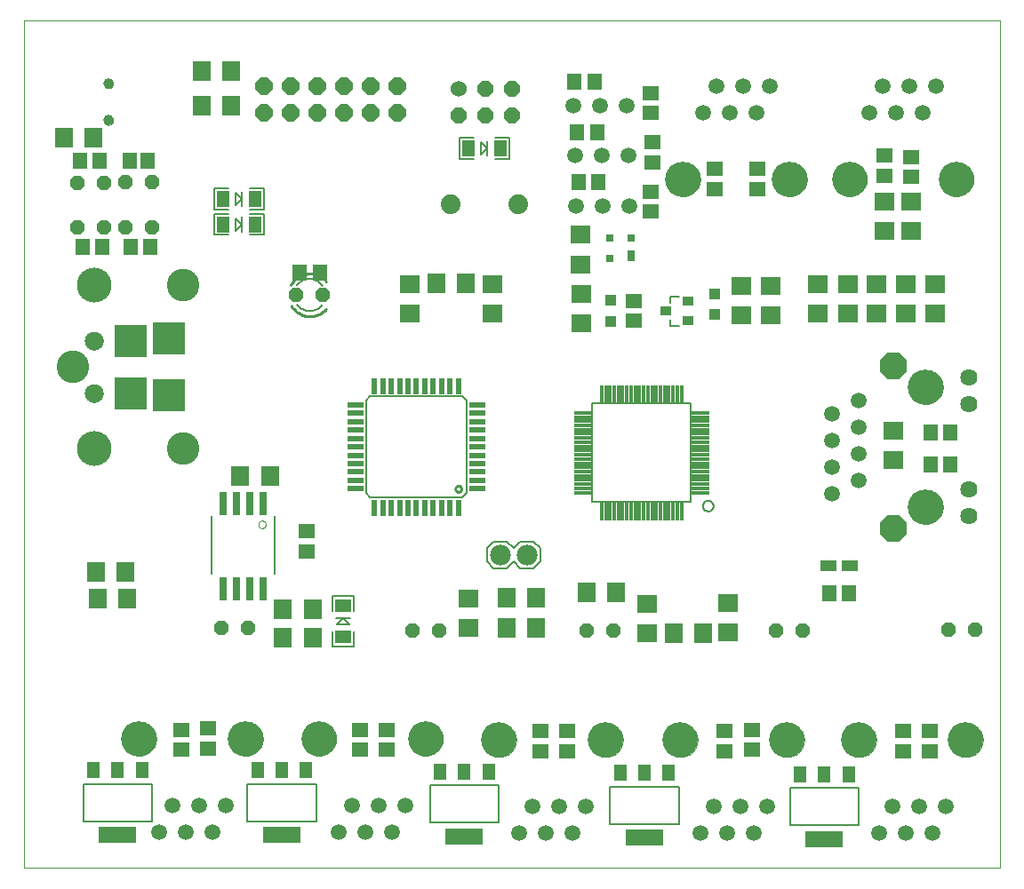
<source format=gto>
G75*
%MOIN*%
%OFA0B0*%
%FSLAX24Y24*%
%IPPOS*%
%LPD*%
%AMOC8*
5,1,8,0,0,1.08239X$1,22.5*
%
%ADD10C,0.0000*%
%ADD11C,0.0594*%
%ADD12C,0.1320*%
%ADD13R,0.0670X0.0750*%
%ADD14R,0.0631X0.0552*%
%ADD15OC8,0.0560*%
%ADD16R,0.0552X0.0631*%
%ADD17R,0.0670X0.0749*%
%ADD18C,0.1221*%
%ADD19C,0.1306*%
%ADD20R,0.1221X0.1221*%
%ADD21C,0.0709*%
%ADD22R,0.0750X0.0670*%
%ADD23R,0.0749X0.0670*%
%ADD24C,0.0080*%
%ADD25C,0.0050*%
%ADD26R,0.0670X0.0138*%
%ADD27R,0.0138X0.0670*%
%ADD28R,0.0434X0.0434*%
%ADD29R,0.0394X0.0355*%
%ADD30R,0.0631X0.0434*%
%ADD31C,0.0780*%
%ADD32OC8,0.0640*%
%ADD33C,0.0600*%
%ADD34OC8,0.0600*%
%ADD35R,0.0512X0.0591*%
%ADD36C,0.0591*%
%ADD37R,0.1418X0.0591*%
%ADD38R,0.0316X0.0434*%
%ADD39R,0.0316X0.0276*%
%ADD40C,0.0100*%
%ADD41R,0.0631X0.0237*%
%ADD42R,0.0237X0.0631*%
%ADD43R,0.0591X0.0512*%
%ADD44C,0.0394*%
%ADD45C,0.0060*%
%ADD46OC8,0.1003*%
%ADD47C,0.0640*%
%ADD48C,0.1320*%
%ADD49C,0.0740*%
%ADD50C,0.0020*%
%ADD51R,0.0280X0.0910*%
D10*
X000100Y000100D02*
X000100Y031896D01*
X036670Y031896D01*
X036670Y000100D01*
X000100Y000100D01*
X003760Y004950D02*
X003762Y005000D01*
X003768Y005050D01*
X003778Y005099D01*
X003791Y005148D01*
X003809Y005195D01*
X003830Y005241D01*
X003854Y005284D01*
X003882Y005326D01*
X003913Y005366D01*
X003947Y005403D01*
X003984Y005437D01*
X004024Y005468D01*
X004066Y005496D01*
X004109Y005520D01*
X004155Y005541D01*
X004202Y005559D01*
X004251Y005572D01*
X004300Y005582D01*
X004350Y005588D01*
X004400Y005590D01*
X004450Y005588D01*
X004500Y005582D01*
X004549Y005572D01*
X004598Y005559D01*
X004645Y005541D01*
X004691Y005520D01*
X004734Y005496D01*
X004776Y005468D01*
X004816Y005437D01*
X004853Y005403D01*
X004887Y005366D01*
X004918Y005326D01*
X004946Y005284D01*
X004970Y005241D01*
X004991Y005195D01*
X005009Y005148D01*
X005022Y005099D01*
X005032Y005050D01*
X005038Y005000D01*
X005040Y004950D01*
X005038Y004900D01*
X005032Y004850D01*
X005022Y004801D01*
X005009Y004752D01*
X004991Y004705D01*
X004970Y004659D01*
X004946Y004616D01*
X004918Y004574D01*
X004887Y004534D01*
X004853Y004497D01*
X004816Y004463D01*
X004776Y004432D01*
X004734Y004404D01*
X004691Y004380D01*
X004645Y004359D01*
X004598Y004341D01*
X004549Y004328D01*
X004500Y004318D01*
X004450Y004312D01*
X004400Y004310D01*
X004350Y004312D01*
X004300Y004318D01*
X004251Y004328D01*
X004202Y004341D01*
X004155Y004359D01*
X004109Y004380D01*
X004066Y004404D01*
X004024Y004432D01*
X003984Y004463D01*
X003947Y004497D01*
X003913Y004534D01*
X003882Y004574D01*
X003854Y004616D01*
X003830Y004659D01*
X003809Y004705D01*
X003791Y004752D01*
X003778Y004801D01*
X003768Y004850D01*
X003762Y004900D01*
X003760Y004950D01*
X007760Y004950D02*
X007762Y005000D01*
X007768Y005050D01*
X007778Y005099D01*
X007791Y005148D01*
X007809Y005195D01*
X007830Y005241D01*
X007854Y005284D01*
X007882Y005326D01*
X007913Y005366D01*
X007947Y005403D01*
X007984Y005437D01*
X008024Y005468D01*
X008066Y005496D01*
X008109Y005520D01*
X008155Y005541D01*
X008202Y005559D01*
X008251Y005572D01*
X008300Y005582D01*
X008350Y005588D01*
X008400Y005590D01*
X008450Y005588D01*
X008500Y005582D01*
X008549Y005572D01*
X008598Y005559D01*
X008645Y005541D01*
X008691Y005520D01*
X008734Y005496D01*
X008776Y005468D01*
X008816Y005437D01*
X008853Y005403D01*
X008887Y005366D01*
X008918Y005326D01*
X008946Y005284D01*
X008970Y005241D01*
X008991Y005195D01*
X009009Y005148D01*
X009022Y005099D01*
X009032Y005050D01*
X009038Y005000D01*
X009040Y004950D01*
X009038Y004900D01*
X009032Y004850D01*
X009022Y004801D01*
X009009Y004752D01*
X008991Y004705D01*
X008970Y004659D01*
X008946Y004616D01*
X008918Y004574D01*
X008887Y004534D01*
X008853Y004497D01*
X008816Y004463D01*
X008776Y004432D01*
X008734Y004404D01*
X008691Y004380D01*
X008645Y004359D01*
X008598Y004341D01*
X008549Y004328D01*
X008500Y004318D01*
X008450Y004312D01*
X008400Y004310D01*
X008350Y004312D01*
X008300Y004318D01*
X008251Y004328D01*
X008202Y004341D01*
X008155Y004359D01*
X008109Y004380D01*
X008066Y004404D01*
X008024Y004432D01*
X007984Y004463D01*
X007947Y004497D01*
X007913Y004534D01*
X007882Y004574D01*
X007854Y004616D01*
X007830Y004659D01*
X007809Y004705D01*
X007791Y004752D01*
X007778Y004801D01*
X007768Y004850D01*
X007762Y004900D01*
X007760Y004950D01*
X010510Y004950D02*
X010512Y005000D01*
X010518Y005050D01*
X010528Y005099D01*
X010541Y005148D01*
X010559Y005195D01*
X010580Y005241D01*
X010604Y005284D01*
X010632Y005326D01*
X010663Y005366D01*
X010697Y005403D01*
X010734Y005437D01*
X010774Y005468D01*
X010816Y005496D01*
X010859Y005520D01*
X010905Y005541D01*
X010952Y005559D01*
X011001Y005572D01*
X011050Y005582D01*
X011100Y005588D01*
X011150Y005590D01*
X011200Y005588D01*
X011250Y005582D01*
X011299Y005572D01*
X011348Y005559D01*
X011395Y005541D01*
X011441Y005520D01*
X011484Y005496D01*
X011526Y005468D01*
X011566Y005437D01*
X011603Y005403D01*
X011637Y005366D01*
X011668Y005326D01*
X011696Y005284D01*
X011720Y005241D01*
X011741Y005195D01*
X011759Y005148D01*
X011772Y005099D01*
X011782Y005050D01*
X011788Y005000D01*
X011790Y004950D01*
X011788Y004900D01*
X011782Y004850D01*
X011772Y004801D01*
X011759Y004752D01*
X011741Y004705D01*
X011720Y004659D01*
X011696Y004616D01*
X011668Y004574D01*
X011637Y004534D01*
X011603Y004497D01*
X011566Y004463D01*
X011526Y004432D01*
X011484Y004404D01*
X011441Y004380D01*
X011395Y004359D01*
X011348Y004341D01*
X011299Y004328D01*
X011250Y004318D01*
X011200Y004312D01*
X011150Y004310D01*
X011100Y004312D01*
X011050Y004318D01*
X011001Y004328D01*
X010952Y004341D01*
X010905Y004359D01*
X010859Y004380D01*
X010816Y004404D01*
X010774Y004432D01*
X010734Y004463D01*
X010697Y004497D01*
X010663Y004534D01*
X010632Y004574D01*
X010604Y004616D01*
X010580Y004659D01*
X010559Y004705D01*
X010541Y004752D01*
X010528Y004801D01*
X010518Y004850D01*
X010512Y004900D01*
X010510Y004950D01*
X014510Y004950D02*
X014512Y005000D01*
X014518Y005050D01*
X014528Y005099D01*
X014541Y005148D01*
X014559Y005195D01*
X014580Y005241D01*
X014604Y005284D01*
X014632Y005326D01*
X014663Y005366D01*
X014697Y005403D01*
X014734Y005437D01*
X014774Y005468D01*
X014816Y005496D01*
X014859Y005520D01*
X014905Y005541D01*
X014952Y005559D01*
X015001Y005572D01*
X015050Y005582D01*
X015100Y005588D01*
X015150Y005590D01*
X015200Y005588D01*
X015250Y005582D01*
X015299Y005572D01*
X015348Y005559D01*
X015395Y005541D01*
X015441Y005520D01*
X015484Y005496D01*
X015526Y005468D01*
X015566Y005437D01*
X015603Y005403D01*
X015637Y005366D01*
X015668Y005326D01*
X015696Y005284D01*
X015720Y005241D01*
X015741Y005195D01*
X015759Y005148D01*
X015772Y005099D01*
X015782Y005050D01*
X015788Y005000D01*
X015790Y004950D01*
X015788Y004900D01*
X015782Y004850D01*
X015772Y004801D01*
X015759Y004752D01*
X015741Y004705D01*
X015720Y004659D01*
X015696Y004616D01*
X015668Y004574D01*
X015637Y004534D01*
X015603Y004497D01*
X015566Y004463D01*
X015526Y004432D01*
X015484Y004404D01*
X015441Y004380D01*
X015395Y004359D01*
X015348Y004341D01*
X015299Y004328D01*
X015250Y004318D01*
X015200Y004312D01*
X015150Y004310D01*
X015100Y004312D01*
X015050Y004318D01*
X015001Y004328D01*
X014952Y004341D01*
X014905Y004359D01*
X014859Y004380D01*
X014816Y004404D01*
X014774Y004432D01*
X014734Y004463D01*
X014697Y004497D01*
X014663Y004534D01*
X014632Y004574D01*
X014604Y004616D01*
X014580Y004659D01*
X014559Y004705D01*
X014541Y004752D01*
X014528Y004801D01*
X014518Y004850D01*
X014512Y004900D01*
X014510Y004950D01*
X017260Y004900D02*
X017262Y004950D01*
X017268Y005000D01*
X017278Y005049D01*
X017291Y005098D01*
X017309Y005145D01*
X017330Y005191D01*
X017354Y005234D01*
X017382Y005276D01*
X017413Y005316D01*
X017447Y005353D01*
X017484Y005387D01*
X017524Y005418D01*
X017566Y005446D01*
X017609Y005470D01*
X017655Y005491D01*
X017702Y005509D01*
X017751Y005522D01*
X017800Y005532D01*
X017850Y005538D01*
X017900Y005540D01*
X017950Y005538D01*
X018000Y005532D01*
X018049Y005522D01*
X018098Y005509D01*
X018145Y005491D01*
X018191Y005470D01*
X018234Y005446D01*
X018276Y005418D01*
X018316Y005387D01*
X018353Y005353D01*
X018387Y005316D01*
X018418Y005276D01*
X018446Y005234D01*
X018470Y005191D01*
X018491Y005145D01*
X018509Y005098D01*
X018522Y005049D01*
X018532Y005000D01*
X018538Y004950D01*
X018540Y004900D01*
X018538Y004850D01*
X018532Y004800D01*
X018522Y004751D01*
X018509Y004702D01*
X018491Y004655D01*
X018470Y004609D01*
X018446Y004566D01*
X018418Y004524D01*
X018387Y004484D01*
X018353Y004447D01*
X018316Y004413D01*
X018276Y004382D01*
X018234Y004354D01*
X018191Y004330D01*
X018145Y004309D01*
X018098Y004291D01*
X018049Y004278D01*
X018000Y004268D01*
X017950Y004262D01*
X017900Y004260D01*
X017850Y004262D01*
X017800Y004268D01*
X017751Y004278D01*
X017702Y004291D01*
X017655Y004309D01*
X017609Y004330D01*
X017566Y004354D01*
X017524Y004382D01*
X017484Y004413D01*
X017447Y004447D01*
X017413Y004484D01*
X017382Y004524D01*
X017354Y004566D01*
X017330Y004609D01*
X017309Y004655D01*
X017291Y004702D01*
X017278Y004751D01*
X017268Y004800D01*
X017262Y004850D01*
X017260Y004900D01*
X021260Y004900D02*
X021262Y004950D01*
X021268Y005000D01*
X021278Y005049D01*
X021291Y005098D01*
X021309Y005145D01*
X021330Y005191D01*
X021354Y005234D01*
X021382Y005276D01*
X021413Y005316D01*
X021447Y005353D01*
X021484Y005387D01*
X021524Y005418D01*
X021566Y005446D01*
X021609Y005470D01*
X021655Y005491D01*
X021702Y005509D01*
X021751Y005522D01*
X021800Y005532D01*
X021850Y005538D01*
X021900Y005540D01*
X021950Y005538D01*
X022000Y005532D01*
X022049Y005522D01*
X022098Y005509D01*
X022145Y005491D01*
X022191Y005470D01*
X022234Y005446D01*
X022276Y005418D01*
X022316Y005387D01*
X022353Y005353D01*
X022387Y005316D01*
X022418Y005276D01*
X022446Y005234D01*
X022470Y005191D01*
X022491Y005145D01*
X022509Y005098D01*
X022522Y005049D01*
X022532Y005000D01*
X022538Y004950D01*
X022540Y004900D01*
X022538Y004850D01*
X022532Y004800D01*
X022522Y004751D01*
X022509Y004702D01*
X022491Y004655D01*
X022470Y004609D01*
X022446Y004566D01*
X022418Y004524D01*
X022387Y004484D01*
X022353Y004447D01*
X022316Y004413D01*
X022276Y004382D01*
X022234Y004354D01*
X022191Y004330D01*
X022145Y004309D01*
X022098Y004291D01*
X022049Y004278D01*
X022000Y004268D01*
X021950Y004262D01*
X021900Y004260D01*
X021850Y004262D01*
X021800Y004268D01*
X021751Y004278D01*
X021702Y004291D01*
X021655Y004309D01*
X021609Y004330D01*
X021566Y004354D01*
X021524Y004382D01*
X021484Y004413D01*
X021447Y004447D01*
X021413Y004484D01*
X021382Y004524D01*
X021354Y004566D01*
X021330Y004609D01*
X021309Y004655D01*
X021291Y004702D01*
X021278Y004751D01*
X021268Y004800D01*
X021262Y004850D01*
X021260Y004900D01*
X024060Y004900D02*
X024062Y004950D01*
X024068Y005000D01*
X024078Y005049D01*
X024091Y005098D01*
X024109Y005145D01*
X024130Y005191D01*
X024154Y005234D01*
X024182Y005276D01*
X024213Y005316D01*
X024247Y005353D01*
X024284Y005387D01*
X024324Y005418D01*
X024366Y005446D01*
X024409Y005470D01*
X024455Y005491D01*
X024502Y005509D01*
X024551Y005522D01*
X024600Y005532D01*
X024650Y005538D01*
X024700Y005540D01*
X024750Y005538D01*
X024800Y005532D01*
X024849Y005522D01*
X024898Y005509D01*
X024945Y005491D01*
X024991Y005470D01*
X025034Y005446D01*
X025076Y005418D01*
X025116Y005387D01*
X025153Y005353D01*
X025187Y005316D01*
X025218Y005276D01*
X025246Y005234D01*
X025270Y005191D01*
X025291Y005145D01*
X025309Y005098D01*
X025322Y005049D01*
X025332Y005000D01*
X025338Y004950D01*
X025340Y004900D01*
X025338Y004850D01*
X025332Y004800D01*
X025322Y004751D01*
X025309Y004702D01*
X025291Y004655D01*
X025270Y004609D01*
X025246Y004566D01*
X025218Y004524D01*
X025187Y004484D01*
X025153Y004447D01*
X025116Y004413D01*
X025076Y004382D01*
X025034Y004354D01*
X024991Y004330D01*
X024945Y004309D01*
X024898Y004291D01*
X024849Y004278D01*
X024800Y004268D01*
X024750Y004262D01*
X024700Y004260D01*
X024650Y004262D01*
X024600Y004268D01*
X024551Y004278D01*
X024502Y004291D01*
X024455Y004309D01*
X024409Y004330D01*
X024366Y004354D01*
X024324Y004382D01*
X024284Y004413D01*
X024247Y004447D01*
X024213Y004484D01*
X024182Y004524D01*
X024154Y004566D01*
X024130Y004609D01*
X024109Y004655D01*
X024091Y004702D01*
X024078Y004751D01*
X024068Y004800D01*
X024062Y004850D01*
X024060Y004900D01*
X028060Y004900D02*
X028062Y004950D01*
X028068Y005000D01*
X028078Y005049D01*
X028091Y005098D01*
X028109Y005145D01*
X028130Y005191D01*
X028154Y005234D01*
X028182Y005276D01*
X028213Y005316D01*
X028247Y005353D01*
X028284Y005387D01*
X028324Y005418D01*
X028366Y005446D01*
X028409Y005470D01*
X028455Y005491D01*
X028502Y005509D01*
X028551Y005522D01*
X028600Y005532D01*
X028650Y005538D01*
X028700Y005540D01*
X028750Y005538D01*
X028800Y005532D01*
X028849Y005522D01*
X028898Y005509D01*
X028945Y005491D01*
X028991Y005470D01*
X029034Y005446D01*
X029076Y005418D01*
X029116Y005387D01*
X029153Y005353D01*
X029187Y005316D01*
X029218Y005276D01*
X029246Y005234D01*
X029270Y005191D01*
X029291Y005145D01*
X029309Y005098D01*
X029322Y005049D01*
X029332Y005000D01*
X029338Y004950D01*
X029340Y004900D01*
X029338Y004850D01*
X029332Y004800D01*
X029322Y004751D01*
X029309Y004702D01*
X029291Y004655D01*
X029270Y004609D01*
X029246Y004566D01*
X029218Y004524D01*
X029187Y004484D01*
X029153Y004447D01*
X029116Y004413D01*
X029076Y004382D01*
X029034Y004354D01*
X028991Y004330D01*
X028945Y004309D01*
X028898Y004291D01*
X028849Y004278D01*
X028800Y004268D01*
X028750Y004262D01*
X028700Y004260D01*
X028650Y004262D01*
X028600Y004268D01*
X028551Y004278D01*
X028502Y004291D01*
X028455Y004309D01*
X028409Y004330D01*
X028366Y004354D01*
X028324Y004382D01*
X028284Y004413D01*
X028247Y004447D01*
X028213Y004484D01*
X028182Y004524D01*
X028154Y004566D01*
X028130Y004609D01*
X028109Y004655D01*
X028091Y004702D01*
X028078Y004751D01*
X028068Y004800D01*
X028062Y004850D01*
X028060Y004900D01*
X030760Y004900D02*
X030762Y004950D01*
X030768Y005000D01*
X030778Y005049D01*
X030791Y005098D01*
X030809Y005145D01*
X030830Y005191D01*
X030854Y005234D01*
X030882Y005276D01*
X030913Y005316D01*
X030947Y005353D01*
X030984Y005387D01*
X031024Y005418D01*
X031066Y005446D01*
X031109Y005470D01*
X031155Y005491D01*
X031202Y005509D01*
X031251Y005522D01*
X031300Y005532D01*
X031350Y005538D01*
X031400Y005540D01*
X031450Y005538D01*
X031500Y005532D01*
X031549Y005522D01*
X031598Y005509D01*
X031645Y005491D01*
X031691Y005470D01*
X031734Y005446D01*
X031776Y005418D01*
X031816Y005387D01*
X031853Y005353D01*
X031887Y005316D01*
X031918Y005276D01*
X031946Y005234D01*
X031970Y005191D01*
X031991Y005145D01*
X032009Y005098D01*
X032022Y005049D01*
X032032Y005000D01*
X032038Y004950D01*
X032040Y004900D01*
X032038Y004850D01*
X032032Y004800D01*
X032022Y004751D01*
X032009Y004702D01*
X031991Y004655D01*
X031970Y004609D01*
X031946Y004566D01*
X031918Y004524D01*
X031887Y004484D01*
X031853Y004447D01*
X031816Y004413D01*
X031776Y004382D01*
X031734Y004354D01*
X031691Y004330D01*
X031645Y004309D01*
X031598Y004291D01*
X031549Y004278D01*
X031500Y004268D01*
X031450Y004262D01*
X031400Y004260D01*
X031350Y004262D01*
X031300Y004268D01*
X031251Y004278D01*
X031202Y004291D01*
X031155Y004309D01*
X031109Y004330D01*
X031066Y004354D01*
X031024Y004382D01*
X030984Y004413D01*
X030947Y004447D01*
X030913Y004484D01*
X030882Y004524D01*
X030854Y004566D01*
X030830Y004609D01*
X030809Y004655D01*
X030791Y004702D01*
X030778Y004751D01*
X030768Y004800D01*
X030762Y004850D01*
X030760Y004900D01*
X034760Y004900D02*
X034762Y004950D01*
X034768Y005000D01*
X034778Y005049D01*
X034791Y005098D01*
X034809Y005145D01*
X034830Y005191D01*
X034854Y005234D01*
X034882Y005276D01*
X034913Y005316D01*
X034947Y005353D01*
X034984Y005387D01*
X035024Y005418D01*
X035066Y005446D01*
X035109Y005470D01*
X035155Y005491D01*
X035202Y005509D01*
X035251Y005522D01*
X035300Y005532D01*
X035350Y005538D01*
X035400Y005540D01*
X035450Y005538D01*
X035500Y005532D01*
X035549Y005522D01*
X035598Y005509D01*
X035645Y005491D01*
X035691Y005470D01*
X035734Y005446D01*
X035776Y005418D01*
X035816Y005387D01*
X035853Y005353D01*
X035887Y005316D01*
X035918Y005276D01*
X035946Y005234D01*
X035970Y005191D01*
X035991Y005145D01*
X036009Y005098D01*
X036022Y005049D01*
X036032Y005000D01*
X036038Y004950D01*
X036040Y004900D01*
X036038Y004850D01*
X036032Y004800D01*
X036022Y004751D01*
X036009Y004702D01*
X035991Y004655D01*
X035970Y004609D01*
X035946Y004566D01*
X035918Y004524D01*
X035887Y004484D01*
X035853Y004447D01*
X035816Y004413D01*
X035776Y004382D01*
X035734Y004354D01*
X035691Y004330D01*
X035645Y004309D01*
X035598Y004291D01*
X035549Y004278D01*
X035500Y004268D01*
X035450Y004262D01*
X035400Y004260D01*
X035350Y004262D01*
X035300Y004268D01*
X035251Y004278D01*
X035202Y004291D01*
X035155Y004309D01*
X035109Y004330D01*
X035066Y004354D01*
X035024Y004382D01*
X034984Y004413D01*
X034947Y004447D01*
X034913Y004484D01*
X034882Y004524D01*
X034854Y004566D01*
X034830Y004609D01*
X034809Y004655D01*
X034791Y004702D01*
X034778Y004751D01*
X034768Y004800D01*
X034762Y004850D01*
X034760Y004900D01*
X033260Y013650D02*
X033262Y013700D01*
X033268Y013750D01*
X033278Y013799D01*
X033291Y013848D01*
X033309Y013895D01*
X033330Y013941D01*
X033354Y013984D01*
X033382Y014026D01*
X033413Y014066D01*
X033447Y014103D01*
X033484Y014137D01*
X033524Y014168D01*
X033566Y014196D01*
X033609Y014220D01*
X033655Y014241D01*
X033702Y014259D01*
X033751Y014272D01*
X033800Y014282D01*
X033850Y014288D01*
X033900Y014290D01*
X033950Y014288D01*
X034000Y014282D01*
X034049Y014272D01*
X034098Y014259D01*
X034145Y014241D01*
X034191Y014220D01*
X034234Y014196D01*
X034276Y014168D01*
X034316Y014137D01*
X034353Y014103D01*
X034387Y014066D01*
X034418Y014026D01*
X034446Y013984D01*
X034470Y013941D01*
X034491Y013895D01*
X034509Y013848D01*
X034522Y013799D01*
X034532Y013750D01*
X034538Y013700D01*
X034540Y013650D01*
X034538Y013600D01*
X034532Y013550D01*
X034522Y013501D01*
X034509Y013452D01*
X034491Y013405D01*
X034470Y013359D01*
X034446Y013316D01*
X034418Y013274D01*
X034387Y013234D01*
X034353Y013197D01*
X034316Y013163D01*
X034276Y013132D01*
X034234Y013104D01*
X034191Y013080D01*
X034145Y013059D01*
X034098Y013041D01*
X034049Y013028D01*
X034000Y013018D01*
X033950Y013012D01*
X033900Y013010D01*
X033850Y013012D01*
X033800Y013018D01*
X033751Y013028D01*
X033702Y013041D01*
X033655Y013059D01*
X033609Y013080D01*
X033566Y013104D01*
X033524Y013132D01*
X033484Y013163D01*
X033447Y013197D01*
X033413Y013234D01*
X033382Y013274D01*
X033354Y013316D01*
X033330Y013359D01*
X033309Y013405D01*
X033291Y013452D01*
X033278Y013501D01*
X033268Y013550D01*
X033262Y013600D01*
X033260Y013650D01*
X033260Y018150D02*
X033262Y018200D01*
X033268Y018250D01*
X033278Y018299D01*
X033291Y018348D01*
X033309Y018395D01*
X033330Y018441D01*
X033354Y018484D01*
X033382Y018526D01*
X033413Y018566D01*
X033447Y018603D01*
X033484Y018637D01*
X033524Y018668D01*
X033566Y018696D01*
X033609Y018720D01*
X033655Y018741D01*
X033702Y018759D01*
X033751Y018772D01*
X033800Y018782D01*
X033850Y018788D01*
X033900Y018790D01*
X033950Y018788D01*
X034000Y018782D01*
X034049Y018772D01*
X034098Y018759D01*
X034145Y018741D01*
X034191Y018720D01*
X034234Y018696D01*
X034276Y018668D01*
X034316Y018637D01*
X034353Y018603D01*
X034387Y018566D01*
X034418Y018526D01*
X034446Y018484D01*
X034470Y018441D01*
X034491Y018395D01*
X034509Y018348D01*
X034522Y018299D01*
X034532Y018250D01*
X034538Y018200D01*
X034540Y018150D01*
X034538Y018100D01*
X034532Y018050D01*
X034522Y018001D01*
X034509Y017952D01*
X034491Y017905D01*
X034470Y017859D01*
X034446Y017816D01*
X034418Y017774D01*
X034387Y017734D01*
X034353Y017697D01*
X034316Y017663D01*
X034276Y017632D01*
X034234Y017604D01*
X034191Y017580D01*
X034145Y017559D01*
X034098Y017541D01*
X034049Y017528D01*
X034000Y017518D01*
X033950Y017512D01*
X033900Y017510D01*
X033850Y017512D01*
X033800Y017518D01*
X033751Y017528D01*
X033702Y017541D01*
X033655Y017559D01*
X033609Y017580D01*
X033566Y017604D01*
X033524Y017632D01*
X033484Y017663D01*
X033447Y017697D01*
X033413Y017734D01*
X033382Y017774D01*
X033354Y017816D01*
X033330Y017859D01*
X033309Y017905D01*
X033291Y017952D01*
X033278Y018001D01*
X033268Y018050D01*
X033262Y018100D01*
X033260Y018150D01*
X034410Y025950D02*
X034412Y026000D01*
X034418Y026050D01*
X034428Y026099D01*
X034441Y026148D01*
X034459Y026195D01*
X034480Y026241D01*
X034504Y026284D01*
X034532Y026326D01*
X034563Y026366D01*
X034597Y026403D01*
X034634Y026437D01*
X034674Y026468D01*
X034716Y026496D01*
X034759Y026520D01*
X034805Y026541D01*
X034852Y026559D01*
X034901Y026572D01*
X034950Y026582D01*
X035000Y026588D01*
X035050Y026590D01*
X035100Y026588D01*
X035150Y026582D01*
X035199Y026572D01*
X035248Y026559D01*
X035295Y026541D01*
X035341Y026520D01*
X035384Y026496D01*
X035426Y026468D01*
X035466Y026437D01*
X035503Y026403D01*
X035537Y026366D01*
X035568Y026326D01*
X035596Y026284D01*
X035620Y026241D01*
X035641Y026195D01*
X035659Y026148D01*
X035672Y026099D01*
X035682Y026050D01*
X035688Y026000D01*
X035690Y025950D01*
X035688Y025900D01*
X035682Y025850D01*
X035672Y025801D01*
X035659Y025752D01*
X035641Y025705D01*
X035620Y025659D01*
X035596Y025616D01*
X035568Y025574D01*
X035537Y025534D01*
X035503Y025497D01*
X035466Y025463D01*
X035426Y025432D01*
X035384Y025404D01*
X035341Y025380D01*
X035295Y025359D01*
X035248Y025341D01*
X035199Y025328D01*
X035150Y025318D01*
X035100Y025312D01*
X035050Y025310D01*
X035000Y025312D01*
X034950Y025318D01*
X034901Y025328D01*
X034852Y025341D01*
X034805Y025359D01*
X034759Y025380D01*
X034716Y025404D01*
X034674Y025432D01*
X034634Y025463D01*
X034597Y025497D01*
X034563Y025534D01*
X034532Y025574D01*
X034504Y025616D01*
X034480Y025659D01*
X034459Y025705D01*
X034441Y025752D01*
X034428Y025801D01*
X034418Y025850D01*
X034412Y025900D01*
X034410Y025950D01*
X030410Y025950D02*
X030412Y026000D01*
X030418Y026050D01*
X030428Y026099D01*
X030441Y026148D01*
X030459Y026195D01*
X030480Y026241D01*
X030504Y026284D01*
X030532Y026326D01*
X030563Y026366D01*
X030597Y026403D01*
X030634Y026437D01*
X030674Y026468D01*
X030716Y026496D01*
X030759Y026520D01*
X030805Y026541D01*
X030852Y026559D01*
X030901Y026572D01*
X030950Y026582D01*
X031000Y026588D01*
X031050Y026590D01*
X031100Y026588D01*
X031150Y026582D01*
X031199Y026572D01*
X031248Y026559D01*
X031295Y026541D01*
X031341Y026520D01*
X031384Y026496D01*
X031426Y026468D01*
X031466Y026437D01*
X031503Y026403D01*
X031537Y026366D01*
X031568Y026326D01*
X031596Y026284D01*
X031620Y026241D01*
X031641Y026195D01*
X031659Y026148D01*
X031672Y026099D01*
X031682Y026050D01*
X031688Y026000D01*
X031690Y025950D01*
X031688Y025900D01*
X031682Y025850D01*
X031672Y025801D01*
X031659Y025752D01*
X031641Y025705D01*
X031620Y025659D01*
X031596Y025616D01*
X031568Y025574D01*
X031537Y025534D01*
X031503Y025497D01*
X031466Y025463D01*
X031426Y025432D01*
X031384Y025404D01*
X031341Y025380D01*
X031295Y025359D01*
X031248Y025341D01*
X031199Y025328D01*
X031150Y025318D01*
X031100Y025312D01*
X031050Y025310D01*
X031000Y025312D01*
X030950Y025318D01*
X030901Y025328D01*
X030852Y025341D01*
X030805Y025359D01*
X030759Y025380D01*
X030716Y025404D01*
X030674Y025432D01*
X030634Y025463D01*
X030597Y025497D01*
X030563Y025534D01*
X030532Y025574D01*
X030504Y025616D01*
X030480Y025659D01*
X030459Y025705D01*
X030441Y025752D01*
X030428Y025801D01*
X030418Y025850D01*
X030412Y025900D01*
X030410Y025950D01*
X028160Y025950D02*
X028162Y026000D01*
X028168Y026050D01*
X028178Y026099D01*
X028191Y026148D01*
X028209Y026195D01*
X028230Y026241D01*
X028254Y026284D01*
X028282Y026326D01*
X028313Y026366D01*
X028347Y026403D01*
X028384Y026437D01*
X028424Y026468D01*
X028466Y026496D01*
X028509Y026520D01*
X028555Y026541D01*
X028602Y026559D01*
X028651Y026572D01*
X028700Y026582D01*
X028750Y026588D01*
X028800Y026590D01*
X028850Y026588D01*
X028900Y026582D01*
X028949Y026572D01*
X028998Y026559D01*
X029045Y026541D01*
X029091Y026520D01*
X029134Y026496D01*
X029176Y026468D01*
X029216Y026437D01*
X029253Y026403D01*
X029287Y026366D01*
X029318Y026326D01*
X029346Y026284D01*
X029370Y026241D01*
X029391Y026195D01*
X029409Y026148D01*
X029422Y026099D01*
X029432Y026050D01*
X029438Y026000D01*
X029440Y025950D01*
X029438Y025900D01*
X029432Y025850D01*
X029422Y025801D01*
X029409Y025752D01*
X029391Y025705D01*
X029370Y025659D01*
X029346Y025616D01*
X029318Y025574D01*
X029287Y025534D01*
X029253Y025497D01*
X029216Y025463D01*
X029176Y025432D01*
X029134Y025404D01*
X029091Y025380D01*
X029045Y025359D01*
X028998Y025341D01*
X028949Y025328D01*
X028900Y025318D01*
X028850Y025312D01*
X028800Y025310D01*
X028750Y025312D01*
X028700Y025318D01*
X028651Y025328D01*
X028602Y025341D01*
X028555Y025359D01*
X028509Y025380D01*
X028466Y025404D01*
X028424Y025432D01*
X028384Y025463D01*
X028347Y025497D01*
X028313Y025534D01*
X028282Y025574D01*
X028254Y025616D01*
X028230Y025659D01*
X028209Y025705D01*
X028191Y025752D01*
X028178Y025801D01*
X028168Y025850D01*
X028162Y025900D01*
X028160Y025950D01*
X024160Y025950D02*
X024162Y026000D01*
X024168Y026050D01*
X024178Y026099D01*
X024191Y026148D01*
X024209Y026195D01*
X024230Y026241D01*
X024254Y026284D01*
X024282Y026326D01*
X024313Y026366D01*
X024347Y026403D01*
X024384Y026437D01*
X024424Y026468D01*
X024466Y026496D01*
X024509Y026520D01*
X024555Y026541D01*
X024602Y026559D01*
X024651Y026572D01*
X024700Y026582D01*
X024750Y026588D01*
X024800Y026590D01*
X024850Y026588D01*
X024900Y026582D01*
X024949Y026572D01*
X024998Y026559D01*
X025045Y026541D01*
X025091Y026520D01*
X025134Y026496D01*
X025176Y026468D01*
X025216Y026437D01*
X025253Y026403D01*
X025287Y026366D01*
X025318Y026326D01*
X025346Y026284D01*
X025370Y026241D01*
X025391Y026195D01*
X025409Y026148D01*
X025422Y026099D01*
X025432Y026050D01*
X025438Y026000D01*
X025440Y025950D01*
X025438Y025900D01*
X025432Y025850D01*
X025422Y025801D01*
X025409Y025752D01*
X025391Y025705D01*
X025370Y025659D01*
X025346Y025616D01*
X025318Y025574D01*
X025287Y025534D01*
X025253Y025497D01*
X025216Y025463D01*
X025176Y025432D01*
X025134Y025404D01*
X025091Y025380D01*
X025045Y025359D01*
X024998Y025341D01*
X024949Y025328D01*
X024900Y025318D01*
X024850Y025312D01*
X024800Y025310D01*
X024750Y025312D01*
X024700Y025318D01*
X024651Y025328D01*
X024602Y025341D01*
X024555Y025359D01*
X024509Y025380D01*
X024466Y025404D01*
X024424Y025432D01*
X024384Y025463D01*
X024347Y025497D01*
X024313Y025534D01*
X024282Y025574D01*
X024254Y025616D01*
X024230Y025659D01*
X024209Y025705D01*
X024191Y025752D01*
X024178Y025801D01*
X024168Y025850D01*
X024162Y025900D01*
X024160Y025950D01*
X003073Y028161D02*
X003075Y028187D01*
X003081Y028213D01*
X003091Y028238D01*
X003104Y028261D01*
X003120Y028281D01*
X003140Y028299D01*
X003162Y028314D01*
X003185Y028326D01*
X003211Y028334D01*
X003237Y028338D01*
X003263Y028338D01*
X003289Y028334D01*
X003315Y028326D01*
X003339Y028314D01*
X003360Y028299D01*
X003380Y028281D01*
X003396Y028261D01*
X003409Y028238D01*
X003419Y028213D01*
X003425Y028187D01*
X003427Y028161D01*
X003425Y028135D01*
X003419Y028109D01*
X003409Y028084D01*
X003396Y028061D01*
X003380Y028041D01*
X003360Y028023D01*
X003338Y028008D01*
X003315Y027996D01*
X003289Y027988D01*
X003263Y027984D01*
X003237Y027984D01*
X003211Y027988D01*
X003185Y027996D01*
X003161Y028008D01*
X003140Y028023D01*
X003120Y028041D01*
X003104Y028061D01*
X003091Y028084D01*
X003081Y028109D01*
X003075Y028135D01*
X003073Y028161D01*
X003073Y029539D02*
X003075Y029565D01*
X003081Y029591D01*
X003091Y029616D01*
X003104Y029639D01*
X003120Y029659D01*
X003140Y029677D01*
X003162Y029692D01*
X003185Y029704D01*
X003211Y029712D01*
X003237Y029716D01*
X003263Y029716D01*
X003289Y029712D01*
X003315Y029704D01*
X003339Y029692D01*
X003360Y029677D01*
X003380Y029659D01*
X003396Y029639D01*
X003409Y029616D01*
X003419Y029591D01*
X003425Y029565D01*
X003427Y029539D01*
X003425Y029513D01*
X003419Y029487D01*
X003409Y029462D01*
X003396Y029439D01*
X003380Y029419D01*
X003360Y029401D01*
X003338Y029386D01*
X003315Y029374D01*
X003289Y029366D01*
X003263Y029362D01*
X003237Y029362D01*
X003211Y029366D01*
X003185Y029374D01*
X003161Y029386D01*
X003140Y029401D01*
X003120Y029419D01*
X003104Y029439D01*
X003091Y029462D01*
X003081Y029487D01*
X003075Y029513D01*
X003073Y029539D01*
X002369Y019884D02*
X002371Y019920D01*
X002377Y019956D01*
X002387Y019991D01*
X002400Y020025D01*
X002417Y020057D01*
X002437Y020087D01*
X002461Y020114D01*
X002487Y020139D01*
X002516Y020161D01*
X002547Y020180D01*
X002580Y020195D01*
X002614Y020207D01*
X002650Y020215D01*
X002686Y020219D01*
X002722Y020219D01*
X002758Y020215D01*
X002794Y020207D01*
X002828Y020195D01*
X002861Y020180D01*
X002892Y020161D01*
X002921Y020139D01*
X002947Y020114D01*
X002971Y020087D01*
X002991Y020057D01*
X003008Y020025D01*
X003021Y019991D01*
X003031Y019956D01*
X003037Y019920D01*
X003039Y019884D01*
X003037Y019848D01*
X003031Y019812D01*
X003021Y019777D01*
X003008Y019743D01*
X002991Y019711D01*
X002971Y019681D01*
X002947Y019654D01*
X002921Y019629D01*
X002892Y019607D01*
X002861Y019588D01*
X002828Y019573D01*
X002794Y019561D01*
X002758Y019553D01*
X002722Y019549D01*
X002686Y019549D01*
X002650Y019553D01*
X002614Y019561D01*
X002580Y019573D01*
X002547Y019588D01*
X002516Y019607D01*
X002487Y019629D01*
X002461Y019654D01*
X002437Y019681D01*
X002417Y019711D01*
X002400Y019743D01*
X002387Y019777D01*
X002377Y019812D01*
X002371Y019848D01*
X002369Y019884D01*
X002369Y017916D02*
X002371Y017952D01*
X002377Y017988D01*
X002387Y018023D01*
X002400Y018057D01*
X002417Y018089D01*
X002437Y018119D01*
X002461Y018146D01*
X002487Y018171D01*
X002516Y018193D01*
X002547Y018212D01*
X002580Y018227D01*
X002614Y018239D01*
X002650Y018247D01*
X002686Y018251D01*
X002722Y018251D01*
X002758Y018247D01*
X002794Y018239D01*
X002828Y018227D01*
X002861Y018212D01*
X002892Y018193D01*
X002921Y018171D01*
X002947Y018146D01*
X002971Y018119D01*
X002991Y018089D01*
X003008Y018057D01*
X003021Y018023D01*
X003031Y017988D01*
X003037Y017952D01*
X003039Y017916D01*
X003037Y017880D01*
X003031Y017844D01*
X003021Y017809D01*
X003008Y017775D01*
X002991Y017743D01*
X002971Y017713D01*
X002947Y017686D01*
X002921Y017661D01*
X002892Y017639D01*
X002861Y017620D01*
X002828Y017605D01*
X002794Y017593D01*
X002758Y017585D01*
X002722Y017581D01*
X002686Y017581D01*
X002650Y017585D01*
X002614Y017593D01*
X002580Y017605D01*
X002547Y017620D01*
X002516Y017639D01*
X002487Y017661D01*
X002461Y017686D01*
X002437Y017713D01*
X002417Y017743D01*
X002400Y017775D01*
X002387Y017809D01*
X002377Y017844D01*
X002371Y017880D01*
X002369Y017916D01*
D11*
X005650Y002450D03*
X006650Y002450D03*
X007650Y002450D03*
X007150Y001450D03*
X006150Y001450D03*
X005150Y001450D03*
X011900Y001450D03*
X012900Y001450D03*
X013900Y001450D03*
X013400Y002450D03*
X014400Y002450D03*
X012400Y002450D03*
X018650Y001400D03*
X019650Y001400D03*
X020650Y001400D03*
X020150Y002400D03*
X021150Y002400D03*
X019150Y002400D03*
X025450Y001400D03*
X026450Y001400D03*
X027450Y001400D03*
X026950Y002400D03*
X025950Y002400D03*
X027950Y002400D03*
X032150Y001400D03*
X033150Y001400D03*
X034150Y001400D03*
X033650Y002400D03*
X032650Y002400D03*
X034650Y002400D03*
X030400Y014150D03*
X031400Y014650D03*
X030400Y015150D03*
X031400Y015650D03*
X030400Y016150D03*
X031400Y016650D03*
X030400Y017150D03*
X031400Y017650D03*
X031800Y028450D03*
X032800Y028450D03*
X033800Y028450D03*
X033300Y029450D03*
X032300Y029450D03*
X034300Y029450D03*
X028050Y029450D03*
X027050Y029450D03*
X026050Y029450D03*
X025550Y028450D03*
X026550Y028450D03*
X027550Y028450D03*
D12*
X028800Y025950D03*
X031050Y025950D03*
X035050Y025950D03*
X024800Y025950D03*
X024700Y004900D03*
X021900Y004900D03*
X017900Y004900D03*
X015150Y004950D03*
X011150Y004950D03*
X008400Y004950D03*
X004400Y004950D03*
X028700Y004900D03*
X031400Y004900D03*
X035400Y004900D03*
D13*
X025560Y008900D03*
X024440Y008900D03*
X010910Y008750D03*
X010910Y009800D03*
X009790Y009800D03*
X009790Y008750D03*
X009310Y014800D03*
X008190Y014800D03*
X015540Y022050D03*
X016660Y022050D03*
D14*
X022950Y021374D03*
X022950Y020626D03*
X023600Y024726D03*
X023600Y025474D03*
X023650Y026576D03*
X023650Y027324D03*
X023600Y028426D03*
X023600Y029174D03*
X026000Y026324D03*
X026000Y025576D03*
X027600Y025576D03*
X027600Y026324D03*
X032350Y026076D03*
X032350Y026824D03*
X033350Y026774D03*
X033350Y026026D03*
X010700Y012724D03*
X010700Y011976D03*
X012700Y005274D03*
X012700Y004526D03*
X013700Y004526D03*
X013700Y005274D03*
X019450Y005224D03*
X019450Y004476D03*
X020450Y004476D03*
X020450Y005224D03*
X026350Y005224D03*
X027400Y005274D03*
X027400Y004526D03*
X026350Y004476D03*
X033050Y004476D03*
X034050Y004476D03*
X034050Y005224D03*
X033050Y005224D03*
X007000Y005324D03*
X007000Y004576D03*
X006000Y004526D03*
X006000Y005274D03*
D15*
X007500Y009100D03*
X008500Y009100D03*
X014650Y009000D03*
X015650Y009000D03*
X021200Y009000D03*
X022200Y009000D03*
X028300Y009000D03*
X029300Y009000D03*
X034750Y009050D03*
X035750Y009050D03*
X011300Y021600D03*
X010300Y021600D03*
X004900Y024150D03*
X003900Y024150D03*
X003100Y024150D03*
X002100Y024150D03*
X002100Y025800D03*
X003100Y025800D03*
X003900Y025850D03*
X004900Y025850D03*
D16*
X004735Y026650D03*
X004065Y026650D03*
X002924Y026650D03*
X002176Y026650D03*
X002276Y023400D03*
X003024Y023400D03*
X004076Y023400D03*
X004824Y023400D03*
X010426Y022450D03*
X011174Y022450D03*
X020726Y029600D03*
X021474Y029600D03*
X021574Y027700D03*
X020826Y027700D03*
X020876Y025850D03*
X021624Y025850D03*
X034076Y016450D03*
X034824Y016450D03*
X034824Y015250D03*
X034076Y015250D03*
X031024Y010400D03*
X030276Y010400D03*
D17*
X022301Y010450D03*
X021199Y010450D03*
X019301Y010250D03*
X018199Y010250D03*
X018199Y009100D03*
X019301Y009100D03*
X003951Y010200D03*
X002849Y010200D03*
X002799Y011200D03*
X003901Y011200D03*
X002701Y027500D03*
X001599Y027500D03*
X006749Y028700D03*
X007851Y028700D03*
X007851Y030000D03*
X006749Y030000D03*
D18*
X006050Y021971D03*
X001916Y018900D03*
X006050Y015829D03*
D19*
X002704Y015829D03*
X002704Y021971D03*
D20*
X004081Y019884D03*
X005519Y019963D03*
X005519Y017837D03*
X004081Y017916D03*
D21*
X002704Y017916D03*
X002704Y019884D03*
D22*
X016750Y010210D03*
X016750Y009090D03*
X020950Y022740D03*
X020950Y023860D03*
X032350Y023990D03*
X033350Y023990D03*
X033350Y025110D03*
X032350Y025110D03*
D23*
X032050Y022001D03*
X031000Y022001D03*
X029850Y022001D03*
X029850Y020899D03*
X031000Y020899D03*
X032050Y020899D03*
X033150Y020899D03*
X034250Y020899D03*
X034250Y022001D03*
X033150Y022001D03*
X028100Y021951D03*
X027000Y021951D03*
X027000Y020849D03*
X028100Y020849D03*
X032700Y016501D03*
X032700Y015399D03*
X026500Y010051D03*
X026500Y008949D03*
X023450Y008899D03*
X023450Y010001D03*
X021000Y020549D03*
X021000Y021651D03*
X017650Y022001D03*
X017650Y020899D03*
X014550Y020899D03*
X014550Y022001D03*
D24*
X013068Y017790D02*
X012910Y017632D01*
X012910Y014168D01*
X013068Y014010D01*
X016532Y014010D01*
X016690Y014168D01*
X016690Y017632D01*
X016532Y017790D01*
X013068Y017790D01*
X017700Y012350D02*
X018200Y012350D01*
X018450Y012100D01*
X018700Y012350D01*
X019200Y012350D01*
X019450Y012100D01*
X019450Y011600D01*
X019200Y011350D01*
X018700Y011350D01*
X018450Y011600D01*
X018200Y011350D01*
X017700Y011350D01*
X017450Y011600D01*
X017450Y012100D01*
X017700Y012350D01*
X021390Y013822D02*
X025098Y013822D01*
X025098Y017535D01*
X021390Y017535D01*
X021390Y013822D01*
X024324Y020449D02*
X024639Y020449D01*
X024324Y020449D02*
X024324Y020685D01*
X024324Y021315D02*
X024324Y021551D01*
X024639Y021551D01*
X018295Y026706D02*
X017744Y026706D01*
X017468Y026824D02*
X017468Y027100D01*
X017232Y026864D01*
X017232Y027336D01*
X017468Y027100D01*
X017468Y027376D01*
X017744Y027494D02*
X018295Y027494D01*
X018295Y026706D01*
X016956Y026706D02*
X016405Y026706D01*
X016405Y027494D01*
X016956Y027494D01*
X009095Y025594D02*
X009095Y024806D01*
X008544Y024806D01*
X008544Y024644D02*
X009095Y024644D01*
X009095Y023856D01*
X008544Y023856D01*
X008268Y023974D02*
X008268Y024250D01*
X008032Y024014D01*
X008032Y024486D01*
X008268Y024250D01*
X008268Y024526D01*
X008268Y024924D02*
X008268Y025200D01*
X008032Y024964D01*
X008032Y025436D01*
X008268Y025200D01*
X008268Y025476D01*
X008544Y025594D02*
X009095Y025594D01*
X007756Y025594D02*
X007205Y025594D01*
X007205Y024806D01*
X007756Y024806D01*
X007756Y024644D02*
X007205Y024644D01*
X007205Y023856D01*
X007756Y023856D01*
X011656Y010295D02*
X012444Y010295D01*
X012444Y009744D01*
X012326Y009468D02*
X012050Y009468D01*
X012286Y009232D01*
X011814Y009232D01*
X012050Y009468D01*
X011774Y009468D01*
X011656Y009744D02*
X011656Y010295D01*
X011656Y008956D02*
X011656Y008405D01*
X012444Y008405D01*
X012444Y008956D01*
X011040Y003250D02*
X008460Y003250D01*
X008460Y001850D01*
X011040Y001850D01*
X011040Y003250D01*
X015310Y003200D02*
X015310Y001800D01*
X017890Y001800D01*
X017890Y003200D01*
X015310Y003200D01*
X022060Y003150D02*
X022060Y001750D01*
X024640Y001750D01*
X024640Y003150D01*
X022060Y003150D01*
X028810Y003100D02*
X028810Y001700D01*
X031390Y001700D01*
X031390Y003100D01*
X028810Y003100D01*
X004890Y003250D02*
X004890Y001850D01*
X002310Y001850D01*
X002310Y003250D01*
X004890Y003250D01*
D25*
X025544Y013680D02*
X025546Y013708D01*
X025552Y013735D01*
X025561Y013761D01*
X025574Y013786D01*
X025591Y013809D01*
X025610Y013829D01*
X025632Y013846D01*
X025656Y013860D01*
X025682Y013870D01*
X025709Y013877D01*
X025737Y013880D01*
X025765Y013879D01*
X025792Y013874D01*
X025819Y013865D01*
X025844Y013853D01*
X025867Y013838D01*
X025888Y013819D01*
X025906Y013798D01*
X025921Y013774D01*
X025932Y013748D01*
X025940Y013722D01*
X025944Y013694D01*
X025944Y013666D01*
X025940Y013638D01*
X025932Y013612D01*
X025921Y013586D01*
X025906Y013562D01*
X025888Y013541D01*
X025867Y013522D01*
X025844Y013507D01*
X025819Y013495D01*
X025792Y013486D01*
X025765Y013481D01*
X025737Y013480D01*
X025709Y013483D01*
X025682Y013490D01*
X025656Y013500D01*
X025632Y013514D01*
X025610Y013531D01*
X025591Y013551D01*
X025574Y013574D01*
X025561Y013599D01*
X025552Y013625D01*
X025546Y013652D01*
X025544Y013680D01*
D26*
X025449Y014184D03*
X025449Y014342D03*
X025449Y014499D03*
X025449Y014657D03*
X025449Y014814D03*
X025449Y014972D03*
X025449Y015129D03*
X025449Y015287D03*
X025449Y015444D03*
X025449Y015602D03*
X025449Y015759D03*
X025449Y015917D03*
X025449Y016074D03*
X025449Y016232D03*
X025449Y016389D03*
X025449Y016546D03*
X025449Y016704D03*
X025449Y016861D03*
X025449Y017019D03*
X025449Y017176D03*
X021039Y017176D03*
X021039Y017019D03*
X021039Y016861D03*
X021039Y016704D03*
X021039Y016546D03*
X021039Y016389D03*
X021039Y016232D03*
X021039Y016074D03*
X021039Y015917D03*
X021039Y015759D03*
X021039Y015602D03*
X021039Y015444D03*
X021039Y015287D03*
X021039Y015129D03*
X021039Y014972D03*
X021039Y014814D03*
X021039Y014657D03*
X021039Y014499D03*
X021039Y014342D03*
X021039Y014184D03*
D27*
X021748Y013476D03*
X021905Y013476D03*
X022063Y013476D03*
X022220Y013476D03*
X022378Y013476D03*
X022535Y013476D03*
X022693Y013476D03*
X022850Y013476D03*
X023008Y013476D03*
X023165Y013476D03*
X023323Y013476D03*
X023480Y013476D03*
X023638Y013476D03*
X023795Y013476D03*
X023953Y013476D03*
X024110Y013476D03*
X024268Y013476D03*
X024425Y013476D03*
X024583Y013476D03*
X024740Y013476D03*
X024740Y017885D03*
X024583Y017885D03*
X024425Y017885D03*
X024268Y017885D03*
X024110Y017885D03*
X023953Y017885D03*
X023795Y017885D03*
X023638Y017885D03*
X023480Y017885D03*
X023323Y017885D03*
X023165Y017885D03*
X023008Y017885D03*
X022850Y017885D03*
X022693Y017885D03*
X022535Y017885D03*
X022378Y017885D03*
X022220Y017885D03*
X022063Y017885D03*
X021905Y017885D03*
X021748Y017885D03*
D28*
X022100Y020606D03*
X022100Y021394D03*
X026000Y021644D03*
X026000Y020856D03*
D29*
X024994Y020626D03*
X024994Y021374D03*
X024167Y021000D03*
D30*
X030236Y011450D03*
X031064Y011450D03*
D31*
X018950Y011850D03*
X017950Y011850D03*
D32*
X014100Y028450D03*
X013100Y028450D03*
X012100Y028450D03*
X011100Y028450D03*
X010100Y028450D03*
X009100Y028450D03*
X009100Y029450D03*
X010100Y029450D03*
X011100Y029450D03*
X012100Y029450D03*
X013100Y029450D03*
X014100Y029450D03*
D33*
X016400Y029350D03*
D34*
X016400Y028350D03*
X017400Y028350D03*
X018400Y028350D03*
X018400Y029350D03*
X017400Y029350D03*
D35*
X017941Y027100D03*
X016759Y027100D03*
X008741Y025200D03*
X008741Y024250D03*
X007559Y024250D03*
X007559Y025200D03*
X008840Y003770D03*
X009750Y003770D03*
X010660Y003770D03*
X015690Y003720D03*
X016600Y003720D03*
X017510Y003720D03*
X022440Y003670D03*
X023350Y003670D03*
X024260Y003670D03*
X029190Y003620D03*
X030100Y003620D03*
X031010Y003620D03*
X004510Y003770D03*
X003600Y003770D03*
X002690Y003770D03*
D36*
X020800Y024950D03*
X021800Y024950D03*
X022800Y024950D03*
X022750Y026850D03*
X021750Y026850D03*
X020750Y026850D03*
X020700Y028700D03*
X021700Y028700D03*
X022700Y028700D03*
D37*
X016600Y001280D03*
X023350Y001230D03*
X030100Y001180D03*
X009750Y001330D03*
X003600Y001330D03*
D38*
X022844Y023055D03*
D39*
X022844Y023724D03*
X022056Y023724D03*
X022056Y022976D03*
D40*
X016264Y014325D02*
X016266Y014345D01*
X016271Y014365D01*
X016281Y014383D01*
X016293Y014400D01*
X016308Y014414D01*
X016326Y014424D01*
X016345Y014432D01*
X016365Y014436D01*
X016385Y014436D01*
X016405Y014432D01*
X016424Y014424D01*
X016442Y014414D01*
X016457Y014400D01*
X016469Y014383D01*
X016479Y014365D01*
X016484Y014345D01*
X016486Y014325D01*
X016484Y014305D01*
X016479Y014285D01*
X016469Y014267D01*
X016457Y014250D01*
X016442Y014236D01*
X016424Y014226D01*
X016405Y014218D01*
X016385Y014214D01*
X016365Y014214D01*
X016345Y014218D01*
X016326Y014226D01*
X016308Y014236D01*
X016293Y014250D01*
X016281Y014267D01*
X016271Y014285D01*
X016266Y014305D01*
X016264Y014325D01*
X010800Y022400D02*
X010746Y022398D01*
X010692Y022393D01*
X010639Y022384D01*
X010586Y022371D01*
X010535Y022355D01*
X010485Y022335D01*
X010436Y022312D01*
X010388Y022286D01*
X010343Y022257D01*
X010300Y022224D01*
X010259Y022189D01*
X010220Y022151D01*
X010184Y022111D01*
X010151Y022068D01*
X010121Y022023D01*
X010094Y021976D01*
X010105Y021203D02*
X010135Y021155D01*
X010168Y021110D01*
X010204Y021067D01*
X010242Y021026D01*
X010284Y020989D01*
X010328Y020954D01*
X010374Y020923D01*
X010423Y020894D01*
X010473Y020870D01*
X010525Y020849D01*
X010579Y020831D01*
X010633Y020818D01*
X010688Y020808D01*
X010744Y020802D01*
X010800Y020800D01*
X010853Y020802D01*
X010907Y020807D01*
X010959Y020816D01*
X011011Y020828D01*
X011062Y020844D01*
X011112Y020863D01*
X011161Y020886D01*
X011208Y020912D01*
X011253Y020940D01*
X011296Y020972D01*
X011336Y021006D01*
X011375Y021044D01*
X011411Y021083D01*
X011415Y022112D02*
X011379Y022152D01*
X011340Y022190D01*
X011299Y022225D01*
X011256Y022257D01*
X011211Y022287D01*
X011164Y022313D01*
X011115Y022335D01*
X011064Y022355D01*
X011013Y022371D01*
X010961Y022384D01*
X010907Y022393D01*
X010854Y022398D01*
X010800Y022400D01*
D41*
X012517Y017475D03*
X012517Y017160D03*
X012517Y016845D03*
X012517Y016530D03*
X012517Y016215D03*
X012517Y015900D03*
X012517Y015585D03*
X012517Y015270D03*
X012517Y014955D03*
X012517Y014640D03*
X012517Y014325D03*
X017083Y014325D03*
X017083Y014640D03*
X017083Y014955D03*
X017083Y015270D03*
X017083Y015585D03*
X017083Y015900D03*
X017083Y016215D03*
X017083Y016530D03*
X017083Y016845D03*
X017083Y017160D03*
X017083Y017475D03*
D42*
X016375Y018183D03*
X016060Y018183D03*
X015745Y018183D03*
X015430Y018183D03*
X015115Y018183D03*
X014800Y018183D03*
X014485Y018183D03*
X014170Y018183D03*
X013855Y018183D03*
X013540Y018183D03*
X013225Y018183D03*
X013225Y013617D03*
X013540Y013617D03*
X013855Y013617D03*
X014170Y013617D03*
X014485Y013617D03*
X014800Y013617D03*
X015115Y013617D03*
X015430Y013617D03*
X015745Y013617D03*
X016060Y013617D03*
X016375Y013617D03*
D43*
X012050Y009941D03*
X012050Y008759D03*
D44*
X003250Y028161D03*
X003250Y029539D03*
D45*
X010800Y022200D02*
X010847Y022198D01*
X010895Y022192D01*
X010941Y022183D01*
X010987Y022170D01*
X011031Y022154D01*
X011075Y022133D01*
X011116Y022110D01*
X011155Y022084D01*
X011192Y022054D01*
X011227Y022021D01*
X011259Y021986D01*
X011288Y021949D01*
X010800Y021000D02*
X010755Y021002D01*
X010709Y021007D01*
X010665Y021015D01*
X010621Y021027D01*
X010578Y021043D01*
X010536Y021061D01*
X010496Y021083D01*
X010458Y021107D01*
X010422Y021134D01*
X010387Y021164D01*
X010356Y021197D01*
X010326Y021232D01*
X010800Y021000D02*
X010845Y021002D01*
X010891Y021007D01*
X010935Y021015D01*
X010979Y021027D01*
X011022Y021043D01*
X011064Y021061D01*
X011104Y021083D01*
X011142Y021107D01*
X011178Y021134D01*
X011213Y021164D01*
X011244Y021197D01*
X011274Y021232D01*
X010800Y022200D02*
X010754Y022198D01*
X010708Y022193D01*
X010662Y022184D01*
X010617Y022172D01*
X010574Y022156D01*
X010532Y022137D01*
X010491Y022114D01*
X010452Y022089D01*
X010416Y022061D01*
X010381Y022030D01*
X010349Y021996D01*
X010320Y021960D01*
X009480Y013310D02*
X009480Y011140D01*
X007120Y011140D02*
X007120Y013310D01*
D46*
X032699Y012851D03*
X032699Y018949D03*
D47*
X035506Y018508D03*
X035506Y017508D03*
X035506Y014292D03*
X035506Y013292D03*
D48*
X033900Y013650D03*
X033900Y018150D03*
D49*
X018630Y025000D03*
X016070Y025000D03*
D50*
X008870Y012990D02*
X008872Y013013D01*
X008878Y013035D01*
X008887Y013057D01*
X008900Y013076D01*
X008915Y013093D01*
X008933Y013107D01*
X008954Y013118D01*
X008976Y013126D01*
X008998Y013130D01*
X009022Y013130D01*
X009044Y013126D01*
X009066Y013118D01*
X009087Y013107D01*
X009105Y013093D01*
X009120Y013076D01*
X009133Y013057D01*
X009142Y013035D01*
X009148Y013013D01*
X009150Y012990D01*
X009148Y012967D01*
X009142Y012945D01*
X009133Y012923D01*
X009120Y012904D01*
X009105Y012887D01*
X009087Y012873D01*
X009066Y012862D01*
X009044Y012854D01*
X009022Y012850D01*
X008998Y012850D01*
X008976Y012854D01*
X008954Y012862D01*
X008933Y012873D01*
X008915Y012887D01*
X008900Y012904D01*
X008887Y012923D01*
X008878Y012945D01*
X008872Y012967D01*
X008870Y012990D01*
D51*
X009050Y013755D03*
X008550Y013755D03*
X008050Y013755D03*
X007550Y013755D03*
X007550Y010570D03*
X008050Y010570D03*
X008550Y010570D03*
X009050Y010570D03*
M02*

</source>
